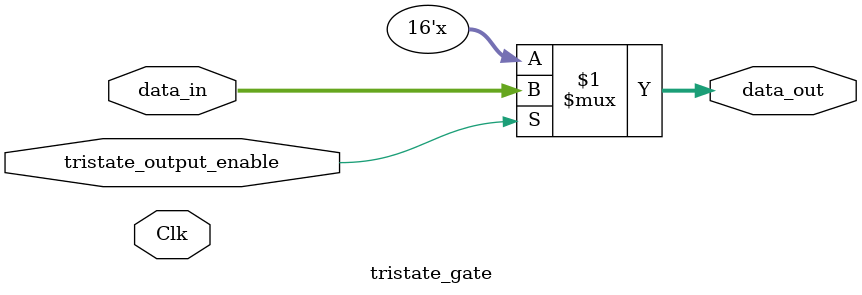
<source format=sv>


module tristate #(N = 16) (
	input logic Clk, 
	input logic tristate_output_enable,
	input logic [N-1:0] Data_write, // Data from Mem2IO
	output logic [N-1:0] Data_read, // Data to Mem2IO
	inout wire [N-1:0] Data // inout bus to SRAM
);

// Registers are needed between synchronized circuit and asynchronized SRAM 
logic [N-1:0] Data_write_buffer, Data_read_buffer;

always_ff @(posedge Clk)
begin
	// Always read data from the bus
	Data_read_buffer <= Data;
	// Always updated with the data from Mem2IO which will be written to the bus
	Data_write_buffer <= Data_write;
end

// Drive (write to) Data bus only when tristate_output_enable is active.
assign Data = tristate_output_enable ? Data_write_buffer : {N{1'bZ}};

assign Data_read = Data_read_buffer;

endmodule

module tristate_gate #(N = 16) (
	input logic Clk,
	input logic tristate_output_enable, //enable output to bus
	input logic [N-1:0]data_in, //data from register
	output logic [N-1:0]data_out //data to bus
);

assign data_out = tristate_output_enable ? data_in : {N{1'bz}};

endmodule
	

</source>
